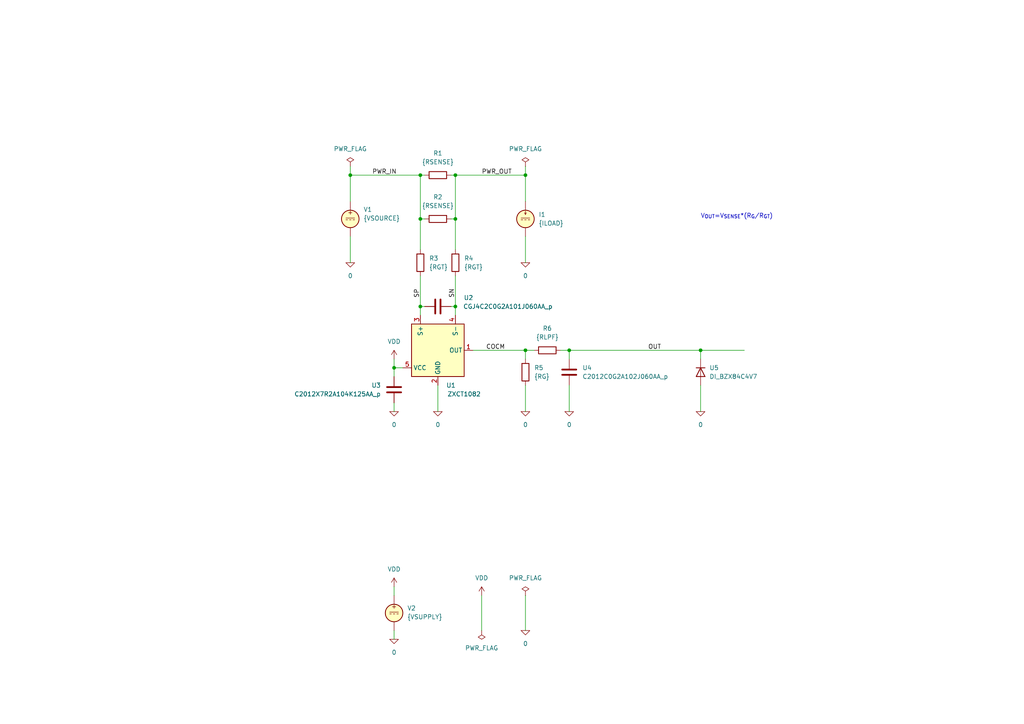
<source format=kicad_sch>
(kicad_sch
	(version 20231120)
	(generator "eeschema")
	(generator_version "8.0")
	(uuid "d280952c-1a57-45a7-8133-6107763a163b")
	(paper "A4")
	(title_block
		(title "Current output current monitor")
		(date "2024-10-03")
		(rev "2")
		(company "astroelectronic@")
		(comment 1 "-")
		(comment 2 "-")
		(comment 3 "-")
		(comment 4 "AE01001082")
	)
	(lib_symbols
		(symbol "ZXCT1082:0"
			(power)
			(pin_names
				(offset 0)
			)
			(exclude_from_sim no)
			(in_bom yes)
			(on_board yes)
			(property "Reference" "#GND"
				(at 0 -2.54 0)
				(effects
					(font
						(size 1.27 1.27)
					)
					(hide yes)
				)
			)
			(property "Value" "0"
				(at 0 -1.778 0)
				(effects
					(font
						(size 1.27 1.27)
					)
				)
			)
			(property "Footprint" ""
				(at 0 0 0)
				(effects
					(font
						(size 1.27 1.27)
					)
					(hide yes)
				)
			)
			(property "Datasheet" "~"
				(at 0 0 0)
				(effects
					(font
						(size 1.27 1.27)
					)
					(hide yes)
				)
			)
			(property "Description" "0V reference potential for simulation"
				(at 0 0 0)
				(effects
					(font
						(size 1.27 1.27)
					)
					(hide yes)
				)
			)
			(property "ki_keywords" "simulation"
				(at 0 0 0)
				(effects
					(font
						(size 1.27 1.27)
					)
					(hide yes)
				)
			)
			(symbol "0_0_1"
				(polyline
					(pts
						(xy -1.27 0) (xy 0 -1.27) (xy 1.27 0) (xy -1.27 0)
					)
					(stroke
						(width 0)
						(type default)
					)
					(fill
						(type none)
					)
				)
			)
			(symbol "0_1_1"
				(pin power_in line
					(at 0 0 0)
					(length 0) hide
					(name "0"
						(effects
							(font
								(size 1.016 1.016)
							)
						)
					)
					(number "1"
						(effects
							(font
								(size 1.016 1.016)
							)
						)
					)
				)
			)
		)
		(symbol "ZXCT1082:C"
			(pin_numbers hide)
			(pin_names
				(offset 0.254)
			)
			(exclude_from_sim no)
			(in_bom yes)
			(on_board yes)
			(property "Reference" "C"
				(at 0.635 2.54 0)
				(effects
					(font
						(size 1.27 1.27)
					)
					(justify left)
				)
			)
			(property "Value" "C"
				(at 0.635 -2.54 0)
				(effects
					(font
						(size 1.27 1.27)
					)
					(justify left)
				)
			)
			(property "Footprint" ""
				(at 0.9652 -3.81 0)
				(effects
					(font
						(size 1.27 1.27)
					)
					(hide yes)
				)
			)
			(property "Datasheet" "~"
				(at 0 0 0)
				(effects
					(font
						(size 1.27 1.27)
					)
					(hide yes)
				)
			)
			(property "Description" "Unpolarized capacitor"
				(at 0 0 0)
				(effects
					(font
						(size 1.27 1.27)
					)
					(hide yes)
				)
			)
			(property "ki_keywords" "cap capacitor"
				(at 0 0 0)
				(effects
					(font
						(size 1.27 1.27)
					)
					(hide yes)
				)
			)
			(property "ki_fp_filters" "C_*"
				(at 0 0 0)
				(effects
					(font
						(size 1.27 1.27)
					)
					(hide yes)
				)
			)
			(symbol "C_0_1"
				(polyline
					(pts
						(xy -2.032 -0.762) (xy 2.032 -0.762)
					)
					(stroke
						(width 0.508)
						(type default)
					)
					(fill
						(type none)
					)
				)
				(polyline
					(pts
						(xy -2.032 0.762) (xy 2.032 0.762)
					)
					(stroke
						(width 0.508)
						(type default)
					)
					(fill
						(type none)
					)
				)
			)
			(symbol "C_1_1"
				(pin passive line
					(at 0 3.81 270)
					(length 2.794)
					(name "~"
						(effects
							(font
								(size 1.27 1.27)
							)
						)
					)
					(number "1"
						(effects
							(font
								(size 1.27 1.27)
							)
						)
					)
				)
				(pin passive line
					(at 0 -3.81 90)
					(length 2.794)
					(name "~"
						(effects
							(font
								(size 1.27 1.27)
							)
						)
					)
					(number "2"
						(effects
							(font
								(size 1.27 1.27)
							)
						)
					)
				)
			)
		)
		(symbol "ZXCT1082:DIODE"
			(pin_numbers hide)
			(pin_names
				(offset 1.016) hide)
			(exclude_from_sim no)
			(in_bom yes)
			(on_board yes)
			(property "Reference" "D"
				(at 0 2.54 0)
				(effects
					(font
						(size 1.27 1.27)
					)
				)
			)
			(property "Value" "${SIM.PARAMS}"
				(at 0 -2.54 0)
				(effects
					(font
						(size 1.27 1.27)
					)
				)
			)
			(property "Footprint" ""
				(at 0 0 0)
				(effects
					(font
						(size 1.27 1.27)
					)
					(hide yes)
				)
			)
			(property "Datasheet" "~"
				(at 0 0 0)
				(effects
					(font
						(size 1.27 1.27)
					)
					(hide yes)
				)
			)
			(property "Description" "Diode, anode on pin 1, for simulation only!"
				(at 0 0 0)
				(effects
					(font
						(size 1.27 1.27)
					)
					(hide yes)
				)
			)
			(property "Sim.Pins" "1=1 2=2"
				(at 0 0 0)
				(effects
					(font
						(size 1.27 1.27)
					)
					(hide yes)
				)
			)
			(property "Sim.Device" "SPICE"
				(at 0 0 0)
				(effects
					(font
						(size 1.27 1.27)
					)
					(justify left)
					(hide yes)
				)
			)
			(property "Sim.Params" "type=\"D\" model=\"DIODE\" lib=\"\""
				(at 0 0 0)
				(effects
					(font
						(size 1.27 1.27)
					)
					(hide yes)
				)
			)
			(property "Spice_Netlist_Enabled" "Y"
				(at 0 0 0)
				(effects
					(font
						(size 1.27 1.27)
					)
					(justify left)
					(hide yes)
				)
			)
			(property "ki_keywords" "simulation"
				(at 0 0 0)
				(effects
					(font
						(size 1.27 1.27)
					)
					(hide yes)
				)
			)
			(symbol "DIODE_0_1"
				(polyline
					(pts
						(xy 1.27 0) (xy -1.27 0)
					)
					(stroke
						(width 0)
						(type default)
					)
					(fill
						(type none)
					)
				)
				(polyline
					(pts
						(xy 1.27 1.27) (xy 1.27 -1.27)
					)
					(stroke
						(width 0.254)
						(type default)
					)
					(fill
						(type none)
					)
				)
				(polyline
					(pts
						(xy -1.27 -1.27) (xy -1.27 1.27) (xy 1.27 0) (xy -1.27 -1.27)
					)
					(stroke
						(width 0.254)
						(type default)
					)
					(fill
						(type none)
					)
				)
			)
			(symbol "DIODE_1_1"
				(pin passive line
					(at -3.81 0 0)
					(length 2.54)
					(name "A"
						(effects
							(font
								(size 1.27 1.27)
							)
						)
					)
					(number "1"
						(effects
							(font
								(size 1.27 1.27)
							)
						)
					)
				)
				(pin passive line
					(at 3.81 0 180)
					(length 2.54)
					(name "K"
						(effects
							(font
								(size 1.27 1.27)
							)
						)
					)
					(number "2"
						(effects
							(font
								(size 1.27 1.27)
							)
						)
					)
				)
			)
		)
		(symbol "ZXCT1082:IDC"
			(pin_numbers hide)
			(pin_names
				(offset 0.0254)
			)
			(exclude_from_sim no)
			(in_bom yes)
			(on_board yes)
			(property "Reference" "I"
				(at 2.54 2.54 0)
				(effects
					(font
						(size 1.27 1.27)
					)
					(justify left)
				)
			)
			(property "Value" "1"
				(at 2.54 0 0)
				(effects
					(font
						(size 1.27 1.27)
					)
					(justify left)
				)
			)
			(property "Footprint" ""
				(at 0 0 0)
				(effects
					(font
						(size 1.27 1.27)
					)
					(hide yes)
				)
			)
			(property "Datasheet" "~"
				(at 0 0 0)
				(effects
					(font
						(size 1.27 1.27)
					)
					(hide yes)
				)
			)
			(property "Description" "Current source, DC"
				(at 0 0 0)
				(effects
					(font
						(size 1.27 1.27)
					)
					(hide yes)
				)
			)
			(property "Sim.Pins" "1=+ 2=-"
				(at 0 0 0)
				(effects
					(font
						(size 1.27 1.27)
					)
					(hide yes)
				)
			)
			(property "Sim.Type" "DC"
				(at 0 0 0)
				(effects
					(font
						(size 1.27 1.27)
					)
					(hide yes)
				)
			)
			(property "Sim.Device" "I"
				(at 0 0 0)
				(effects
					(font
						(size 1.27 1.27)
					)
					(justify left)
					(hide yes)
				)
			)
			(property "Spice_Netlist_Enabled" "Y"
				(at 0 0 0)
				(effects
					(font
						(size 1.27 1.27)
					)
					(justify left)
					(hide yes)
				)
			)
			(property "ki_keywords" "simulation"
				(at 0 0 0)
				(effects
					(font
						(size 1.27 1.27)
					)
					(hide yes)
				)
			)
			(symbol "IDC_0_0"
				(polyline
					(pts
						(xy -1.27 0.254) (xy 1.27 0.254)
					)
					(stroke
						(width 0)
						(type default)
					)
					(fill
						(type none)
					)
				)
				(polyline
					(pts
						(xy -0.762 -0.254) (xy -1.27 -0.254)
					)
					(stroke
						(width 0)
						(type default)
					)
					(fill
						(type none)
					)
				)
				(polyline
					(pts
						(xy 0.254 -0.254) (xy -0.254 -0.254)
					)
					(stroke
						(width 0)
						(type default)
					)
					(fill
						(type none)
					)
				)
				(polyline
					(pts
						(xy 1.27 -0.254) (xy 0.762 -0.254)
					)
					(stroke
						(width 0)
						(type default)
					)
					(fill
						(type none)
					)
				)
			)
			(symbol "IDC_0_1"
				(polyline
					(pts
						(xy 0 1.27) (xy 0 2.286)
					)
					(stroke
						(width 0)
						(type default)
					)
					(fill
						(type none)
					)
				)
				(polyline
					(pts
						(xy -0.254 1.778) (xy 0 1.27) (xy 0.254 1.778)
					)
					(stroke
						(width 0)
						(type default)
					)
					(fill
						(type none)
					)
				)
				(circle
					(center 0 0)
					(radius 2.54)
					(stroke
						(width 0.254)
						(type default)
					)
					(fill
						(type background)
					)
				)
			)
			(symbol "IDC_1_1"
				(pin passive line
					(at 0 5.08 270)
					(length 2.54)
					(name "~"
						(effects
							(font
								(size 1.27 1.27)
							)
						)
					)
					(number "1"
						(effects
							(font
								(size 1.27 1.27)
							)
						)
					)
				)
				(pin passive line
					(at 0 -5.08 90)
					(length 2.54)
					(name "~"
						(effects
							(font
								(size 1.27 1.27)
							)
						)
					)
					(number "2"
						(effects
							(font
								(size 1.27 1.27)
							)
						)
					)
				)
			)
		)
		(symbol "ZXCT1082:PWR_FLAG"
			(power)
			(pin_numbers hide)
			(pin_names
				(offset 0) hide)
			(exclude_from_sim no)
			(in_bom yes)
			(on_board yes)
			(property "Reference" "#FLG"
				(at 0 1.905 0)
				(effects
					(font
						(size 1.27 1.27)
					)
					(hide yes)
				)
			)
			(property "Value" "PWR_FLAG"
				(at 0 3.81 0)
				(effects
					(font
						(size 1.27 1.27)
					)
				)
			)
			(property "Footprint" ""
				(at 0 0 0)
				(effects
					(font
						(size 1.27 1.27)
					)
					(hide yes)
				)
			)
			(property "Datasheet" "~"
				(at 0 0 0)
				(effects
					(font
						(size 1.27 1.27)
					)
					(hide yes)
				)
			)
			(property "Description" "Special symbol for telling ERC where power comes from"
				(at 0 0 0)
				(effects
					(font
						(size 1.27 1.27)
					)
					(hide yes)
				)
			)
			(property "ki_keywords" "flag power"
				(at 0 0 0)
				(effects
					(font
						(size 1.27 1.27)
					)
					(hide yes)
				)
			)
			(symbol "PWR_FLAG_0_0"
				(pin power_out line
					(at 0 0 90)
					(length 0)
					(name "pwr"
						(effects
							(font
								(size 1.27 1.27)
							)
						)
					)
					(number "1"
						(effects
							(font
								(size 1.27 1.27)
							)
						)
					)
				)
			)
			(symbol "PWR_FLAG_0_1"
				(polyline
					(pts
						(xy 0 0) (xy 0 1.27) (xy -1.016 1.905) (xy 0 2.54) (xy 1.016 1.905) (xy 0 1.27)
					)
					(stroke
						(width 0)
						(type default)
					)
					(fill
						(type none)
					)
				)
			)
		)
		(symbol "ZXCT1082:R"
			(pin_numbers hide)
			(pin_names
				(offset 0)
			)
			(exclude_from_sim no)
			(in_bom yes)
			(on_board yes)
			(property "Reference" "R"
				(at 2.032 0 90)
				(effects
					(font
						(size 1.27 1.27)
					)
				)
			)
			(property "Value" "R"
				(at 0 0 90)
				(effects
					(font
						(size 1.27 1.27)
					)
				)
			)
			(property "Footprint" ""
				(at -1.778 0 90)
				(effects
					(font
						(size 1.27 1.27)
					)
					(hide yes)
				)
			)
			(property "Datasheet" "~"
				(at 0 0 0)
				(effects
					(font
						(size 1.27 1.27)
					)
					(hide yes)
				)
			)
			(property "Description" "Resistor"
				(at 0 0 0)
				(effects
					(font
						(size 1.27 1.27)
					)
					(hide yes)
				)
			)
			(property "ki_keywords" "R res resistor"
				(at 0 0 0)
				(effects
					(font
						(size 1.27 1.27)
					)
					(hide yes)
				)
			)
			(property "ki_fp_filters" "R_*"
				(at 0 0 0)
				(effects
					(font
						(size 1.27 1.27)
					)
					(hide yes)
				)
			)
			(symbol "R_0_1"
				(rectangle
					(start -1.016 -2.54)
					(end 1.016 2.54)
					(stroke
						(width 0.254)
						(type default)
					)
					(fill
						(type none)
					)
				)
			)
			(symbol "R_1_1"
				(pin passive line
					(at 0 3.81 270)
					(length 1.27)
					(name "~"
						(effects
							(font
								(size 1.27 1.27)
							)
						)
					)
					(number "1"
						(effects
							(font
								(size 1.27 1.27)
							)
						)
					)
				)
				(pin passive line
					(at 0 -3.81 90)
					(length 1.27)
					(name "~"
						(effects
							(font
								(size 1.27 1.27)
							)
						)
					)
					(number "2"
						(effects
							(font
								(size 1.27 1.27)
							)
						)
					)
				)
			)
		)
		(symbol "ZXCT1082:VDC"
			(pin_numbers hide)
			(pin_names
				(offset 0.0254)
			)
			(exclude_from_sim no)
			(in_bom yes)
			(on_board yes)
			(property "Reference" "V"
				(at 2.54 2.54 0)
				(effects
					(font
						(size 1.27 1.27)
					)
					(justify left)
				)
			)
			(property "Value" "1"
				(at 2.54 0 0)
				(effects
					(font
						(size 1.27 1.27)
					)
					(justify left)
				)
			)
			(property "Footprint" ""
				(at 0 0 0)
				(effects
					(font
						(size 1.27 1.27)
					)
					(hide yes)
				)
			)
			(property "Datasheet" "~"
				(at 0 0 0)
				(effects
					(font
						(size 1.27 1.27)
					)
					(hide yes)
				)
			)
			(property "Description" "Voltage source, DC"
				(at 0 0 0)
				(effects
					(font
						(size 1.27 1.27)
					)
					(hide yes)
				)
			)
			(property "Sim.Pins" "1=+ 2=-"
				(at 0 0 0)
				(effects
					(font
						(size 1.27 1.27)
					)
					(hide yes)
				)
			)
			(property "Sim.Type" "DC"
				(at 0 0 0)
				(effects
					(font
						(size 1.27 1.27)
					)
					(hide yes)
				)
			)
			(property "Sim.Device" "V"
				(at 0 0 0)
				(effects
					(font
						(size 1.27 1.27)
					)
					(justify left)
					(hide yes)
				)
			)
			(property "Spice_Netlist_Enabled" "Y"
				(at 0 0 0)
				(effects
					(font
						(size 1.27 1.27)
					)
					(justify left)
					(hide yes)
				)
			)
			(property "ki_keywords" "simulation"
				(at 0 0 0)
				(effects
					(font
						(size 1.27 1.27)
					)
					(hide yes)
				)
			)
			(symbol "VDC_0_0"
				(polyline
					(pts
						(xy -1.27 0.254) (xy 1.27 0.254)
					)
					(stroke
						(width 0)
						(type default)
					)
					(fill
						(type none)
					)
				)
				(polyline
					(pts
						(xy -0.762 -0.254) (xy -1.27 -0.254)
					)
					(stroke
						(width 0)
						(type default)
					)
					(fill
						(type none)
					)
				)
				(polyline
					(pts
						(xy 0.254 -0.254) (xy -0.254 -0.254)
					)
					(stroke
						(width 0)
						(type default)
					)
					(fill
						(type none)
					)
				)
				(polyline
					(pts
						(xy 1.27 -0.254) (xy 0.762 -0.254)
					)
					(stroke
						(width 0)
						(type default)
					)
					(fill
						(type none)
					)
				)
				(text "+"
					(at 0 1.905 0)
					(effects
						(font
							(size 1.27 1.27)
						)
					)
				)
			)
			(symbol "VDC_0_1"
				(circle
					(center 0 0)
					(radius 2.54)
					(stroke
						(width 0.254)
						(type default)
					)
					(fill
						(type background)
					)
				)
			)
			(symbol "VDC_1_1"
				(pin passive line
					(at 0 5.08 270)
					(length 2.54)
					(name "~"
						(effects
							(font
								(size 1.27 1.27)
							)
						)
					)
					(number "1"
						(effects
							(font
								(size 1.27 1.27)
							)
						)
					)
				)
				(pin passive line
					(at 0 -5.08 90)
					(length 2.54)
					(name "~"
						(effects
							(font
								(size 1.27 1.27)
							)
						)
					)
					(number "2"
						(effects
							(font
								(size 1.27 1.27)
							)
						)
					)
				)
			)
		)
		(symbol "ZXCT1082:VDD"
			(power)
			(pin_names
				(offset 0)
			)
			(exclude_from_sim no)
			(in_bom yes)
			(on_board yes)
			(property "Reference" "#PWR"
				(at 0 -3.81 0)
				(effects
					(font
						(size 1.27 1.27)
					)
					(hide yes)
				)
			)
			(property "Value" "VDD"
				(at 0 3.81 0)
				(effects
					(font
						(size 1.27 1.27)
					)
				)
			)
			(property "Footprint" ""
				(at 0 0 0)
				(effects
					(font
						(size 1.27 1.27)
					)
					(hide yes)
				)
			)
			(property "Datasheet" ""
				(at 0 0 0)
				(effects
					(font
						(size 1.27 1.27)
					)
					(hide yes)
				)
			)
			(property "Description" "Power symbol creates a global label with name \"VDD\""
				(at 0 0 0)
				(effects
					(font
						(size 1.27 1.27)
					)
					(hide yes)
				)
			)
			(property "ki_keywords" "global power"
				(at 0 0 0)
				(effects
					(font
						(size 1.27 1.27)
					)
					(hide yes)
				)
			)
			(symbol "VDD_0_1"
				(polyline
					(pts
						(xy -0.762 1.27) (xy 0 2.54)
					)
					(stroke
						(width 0)
						(type default)
					)
					(fill
						(type none)
					)
				)
				(polyline
					(pts
						(xy 0 0) (xy 0 2.54)
					)
					(stroke
						(width 0)
						(type default)
					)
					(fill
						(type none)
					)
				)
				(polyline
					(pts
						(xy 0 2.54) (xy 0.762 1.27)
					)
					(stroke
						(width 0)
						(type default)
					)
					(fill
						(type none)
					)
				)
			)
			(symbol "VDD_1_1"
				(pin power_in line
					(at 0 0 90)
					(length 0) hide
					(name "VDD"
						(effects
							(font
								(size 1.27 1.27)
							)
						)
					)
					(number "1"
						(effects
							(font
								(size 1.27 1.27)
							)
						)
					)
				)
			)
		)
		(symbol "ZXCT1082:ZXCT1082"
			(exclude_from_sim no)
			(in_bom yes)
			(on_board yes)
			(property "Reference" "U"
				(at -7.62 10.795 0)
				(effects
					(font
						(size 1.27 1.27)
					)
					(justify right)
				)
			)
			(property "Value" "ZXCT1082"
				(at -7.62 8.89 0)
				(effects
					(font
						(size 1.27 1.27)
					)
					(justify right)
				)
			)
			(property "Footprint" "Package_TO_SOT_SMD:SOT-23-5"
				(at 0 0 0)
				(effects
					(font
						(size 1.27 1.27)
					)
					(hide yes)
				)
			)
			(property "Datasheet" "https://www.diodes.com/part/view/ZXCT1082"
				(at 16.51 -17.78 0)
				(effects
					(font
						(size 1.27 1.27)
					)
					(hide yes)
				)
			)
			(property "Description" "60V Current Output Current Monitor. SOT25 -5"
				(at 0 0 0)
				(effects
					(font
						(size 1.27 1.27)
					)
					(hide yes)
				)
			)
			(property "ki_keywords" "highside HS current sense amplifier linear buffered"
				(at 0 0 0)
				(effects
					(font
						(size 1.27 1.27)
					)
					(hide yes)
				)
			)
			(property "ki_fp_filters" "SOT?23*"
				(at 0 0 0)
				(effects
					(font
						(size 1.27 1.27)
					)
					(hide yes)
				)
			)
			(symbol "ZXCT1082_0_1"
				(rectangle
					(start -7.62 7.62)
					(end 7.62 -7.62)
					(stroke
						(width 0.254)
						(type default)
					)
					(fill
						(type background)
					)
				)
			)
			(symbol "ZXCT1082_1_1"
				(pin passive line
					(at 10.16 0 180)
					(length 2.54)
					(name "OUT"
						(effects
							(font
								(size 1.27 1.27)
							)
						)
					)
					(number "1"
						(effects
							(font
								(size 1.27 1.27)
							)
						)
					)
				)
				(pin passive line
					(at 0 -10.16 90)
					(length 2.54)
					(name "GND"
						(effects
							(font
								(size 1.27 1.27)
							)
						)
					)
					(number "2"
						(effects
							(font
								(size 1.27 1.27)
							)
						)
					)
				)
				(pin passive line
					(at -5.08 10.16 270)
					(length 2.54)
					(name "S+"
						(effects
							(font
								(size 1.27 1.27)
							)
						)
					)
					(number "3"
						(effects
							(font
								(size 1.27 1.27)
							)
						)
					)
				)
				(pin passive line
					(at 5.08 10.16 270)
					(length 2.54)
					(name "S-"
						(effects
							(font
								(size 1.27 1.27)
							)
						)
					)
					(number "4"
						(effects
							(font
								(size 1.27 1.27)
							)
						)
					)
				)
				(pin passive line
					(at -10.16 -5.08 0)
					(length 2.54)
					(name "VCC"
						(effects
							(font
								(size 1.27 1.27)
							)
						)
					)
					(number "5"
						(effects
							(font
								(size 1.27 1.27)
							)
						)
					)
				)
			)
		)
	)
	(junction
		(at 203.2 101.6)
		(diameter 0)
		(color 0 0 0 0)
		(uuid "01dea074-e487-4bff-9bd7-4529aa04dd3e")
	)
	(junction
		(at 132.08 88.9)
		(diameter 0)
		(color 0 0 0 0)
		(uuid "06c27e00-f04e-496b-93e4-13b1e08fe08f")
	)
	(junction
		(at 132.08 63.5)
		(diameter 0)
		(color 0 0 0 0)
		(uuid "2a0e717d-c131-4047-9a4b-99a6e0804e5b")
	)
	(junction
		(at 121.92 63.5)
		(diameter 0)
		(color 0 0 0 0)
		(uuid "36f23267-91a0-466a-a5aa-8dd85fde6fbe")
	)
	(junction
		(at 165.1 101.6)
		(diameter 0)
		(color 0 0 0 0)
		(uuid "395304fe-6d1a-43b8-8de0-552390add766")
	)
	(junction
		(at 132.08 50.8)
		(diameter 0)
		(color 0 0 0 0)
		(uuid "5bf3d4c9-ddc0-48ca-80e6-ed9820ccc4eb")
	)
	(junction
		(at 114.3 106.68)
		(diameter 0)
		(color 0 0 0 0)
		(uuid "8314a692-7572-4437-a72c-fa6199c58674")
	)
	(junction
		(at 152.4 50.8)
		(diameter 0)
		(color 0 0 0 0)
		(uuid "969ce5d0-0301-4f3b-be4e-1f5a3bcf65ec")
	)
	(junction
		(at 121.92 50.8)
		(diameter 0)
		(color 0 0 0 0)
		(uuid "a253d3a2-deee-4511-8e19-e6cb31d655ab")
	)
	(junction
		(at 152.4 101.6)
		(diameter 0)
		(color 0 0 0 0)
		(uuid "eb06f97b-1bac-4436-857d-e47e2e65a89c")
	)
	(junction
		(at 101.6 50.8)
		(diameter 0)
		(color 0 0 0 0)
		(uuid "f1f6b464-b5f3-430c-9776-d2dc27968679")
	)
	(junction
		(at 121.92 88.9)
		(diameter 0)
		(color 0 0 0 0)
		(uuid "febe4993-c7e2-4243-8500-aa75029c8d9c")
	)
	(wire
		(pts
			(xy 132.08 72.39) (xy 132.08 63.5)
		)
		(stroke
			(width 0)
			(type default)
		)
		(uuid "056723b9-e305-4702-93b5-28232e0fb992")
	)
	(wire
		(pts
			(xy 121.92 50.8) (xy 121.92 63.5)
		)
		(stroke
			(width 0)
			(type default)
		)
		(uuid "16d16429-a340-49c6-866d-7840d5768f81")
	)
	(wire
		(pts
			(xy 203.2 111.76) (xy 203.2 119.38)
		)
		(stroke
			(width 0)
			(type default)
		)
		(uuid "18976d29-2933-400c-b1dc-d5b0f9017d44")
	)
	(wire
		(pts
			(xy 121.92 88.9) (xy 123.19 88.9)
		)
		(stroke
			(width 0)
			(type default)
		)
		(uuid "333184c0-aeae-4006-8c71-9d804f2ca95a")
	)
	(wire
		(pts
			(xy 114.3 106.68) (xy 116.84 106.68)
		)
		(stroke
			(width 0)
			(type default)
		)
		(uuid "3684fad8-4bc8-4751-b3d1-e63765c9e50c")
	)
	(wire
		(pts
			(xy 132.08 80.01) (xy 132.08 88.9)
		)
		(stroke
			(width 0)
			(type default)
		)
		(uuid "3ee39c47-1098-47aa-b10d-ef2e05f86ecb")
	)
	(wire
		(pts
			(xy 101.6 50.8) (xy 121.92 50.8)
		)
		(stroke
			(width 0)
			(type default)
		)
		(uuid "3f43e91f-561f-4619-93ca-a96eab2e4ef8")
	)
	(wire
		(pts
			(xy 130.81 50.8) (xy 132.08 50.8)
		)
		(stroke
			(width 0)
			(type default)
		)
		(uuid "4dff8f28-cc30-4c11-ba80-c278e78bfe81")
	)
	(wire
		(pts
			(xy 152.4 68.58) (xy 152.4 76.2)
		)
		(stroke
			(width 0)
			(type default)
		)
		(uuid "4f8a8abe-6826-4db6-ad93-87aa01ce02b3")
	)
	(wire
		(pts
			(xy 132.08 50.8) (xy 132.08 63.5)
		)
		(stroke
			(width 0)
			(type default)
		)
		(uuid "5966774d-2701-46af-b57f-80104f15a48c")
	)
	(wire
		(pts
			(xy 152.4 48.26) (xy 152.4 50.8)
		)
		(stroke
			(width 0)
			(type default)
		)
		(uuid "5a34e013-533a-4142-8d70-5b8428a689b5")
	)
	(wire
		(pts
			(xy 121.92 63.5) (xy 123.19 63.5)
		)
		(stroke
			(width 0)
			(type default)
		)
		(uuid "5a83eafb-3834-4d6a-80f1-0f53e4611131")
	)
	(wire
		(pts
			(xy 114.3 104.14) (xy 114.3 106.68)
		)
		(stroke
			(width 0)
			(type default)
		)
		(uuid "6c33836a-c1e6-4740-a75d-06a93236e7b8")
	)
	(wire
		(pts
			(xy 203.2 101.6) (xy 215.9 101.6)
		)
		(stroke
			(width 0)
			(type default)
		)
		(uuid "8030d10e-30fd-4560-a546-fd787e2792fe")
	)
	(wire
		(pts
			(xy 165.1 111.76) (xy 165.1 119.38)
		)
		(stroke
			(width 0)
			(type default)
		)
		(uuid "820b5c49-8598-4e80-9d44-e009cde0be71")
	)
	(wire
		(pts
			(xy 165.1 101.6) (xy 165.1 104.14)
		)
		(stroke
			(width 0)
			(type default)
		)
		(uuid "8b7f7178-f91e-4a0b-a652-134cba28c520")
	)
	(wire
		(pts
			(xy 121.92 80.01) (xy 121.92 88.9)
		)
		(stroke
			(width 0)
			(type default)
		)
		(uuid "8cbcaf3c-89e9-43db-affc-cea20fa05b37")
	)
	(wire
		(pts
			(xy 127 111.76) (xy 127 119.38)
		)
		(stroke
			(width 0)
			(type default)
		)
		(uuid "8e6a2227-4774-492a-ba53-f15ed0c3ef5b")
	)
	(wire
		(pts
			(xy 162.56 101.6) (xy 165.1 101.6)
		)
		(stroke
			(width 0)
			(type default)
		)
		(uuid "9130caef-e555-4ec5-ab7f-4165c5a20bf7")
	)
	(wire
		(pts
			(xy 101.6 48.26) (xy 101.6 50.8)
		)
		(stroke
			(width 0)
			(type default)
		)
		(uuid "a8e63dc9-161e-4668-a47b-b4c9181c91d4")
	)
	(wire
		(pts
			(xy 114.3 116.84) (xy 114.3 119.38)
		)
		(stroke
			(width 0)
			(type default)
		)
		(uuid "ab066e86-e9a3-440c-a1de-0acbc3b0c644")
	)
	(wire
		(pts
			(xy 123.19 50.8) (xy 121.92 50.8)
		)
		(stroke
			(width 0)
			(type default)
		)
		(uuid "ab4c08eb-3f31-4c71-b6bf-8677c2a2b53b")
	)
	(wire
		(pts
			(xy 101.6 58.42) (xy 101.6 50.8)
		)
		(stroke
			(width 0)
			(type default)
		)
		(uuid "b48d5a4c-eceb-4139-b842-d9ecb388eb1e")
	)
	(wire
		(pts
			(xy 132.08 88.9) (xy 130.81 88.9)
		)
		(stroke
			(width 0)
			(type default)
		)
		(uuid "bdabc8b7-72fe-4ebb-9efb-de64ce244e97")
	)
	(wire
		(pts
			(xy 137.16 101.6) (xy 152.4 101.6)
		)
		(stroke
			(width 0)
			(type default)
		)
		(uuid "bdc72ac9-597a-4abf-a735-09b971d65fec")
	)
	(wire
		(pts
			(xy 152.4 101.6) (xy 154.94 101.6)
		)
		(stroke
			(width 0)
			(type default)
		)
		(uuid "c3ced73a-4c54-4edb-a5bb-b7282e4b7b42")
	)
	(wire
		(pts
			(xy 121.92 91.44) (xy 121.92 88.9)
		)
		(stroke
			(width 0)
			(type default)
		)
		(uuid "cacb727f-c4ea-411d-9418-68cdd56717f0")
	)
	(wire
		(pts
			(xy 132.08 63.5) (xy 130.81 63.5)
		)
		(stroke
			(width 0)
			(type default)
		)
		(uuid "cca98bc8-f92f-4082-9d3e-46e7e6fcc218")
	)
	(wire
		(pts
			(xy 139.7 172.72) (xy 139.7 182.88)
		)
		(stroke
			(width 0)
			(type default)
		)
		(uuid "cf84fbf5-d6b7-435a-b051-fc2a80f29af9")
	)
	(wire
		(pts
			(xy 132.08 91.44) (xy 132.08 88.9)
		)
		(stroke
			(width 0)
			(type default)
		)
		(uuid "d4374536-ed1e-4a61-b5ec-01ede024e313")
	)
	(wire
		(pts
			(xy 121.92 72.39) (xy 121.92 63.5)
		)
		(stroke
			(width 0)
			(type default)
		)
		(uuid "d4a40acb-e120-4ac3-a372-58789e64387a")
	)
	(wire
		(pts
			(xy 114.3 182.88) (xy 114.3 185.42)
		)
		(stroke
			(width 0)
			(type default)
		)
		(uuid "d55e653e-71f9-4855-9316-52eefad25f52")
	)
	(wire
		(pts
			(xy 132.08 50.8) (xy 152.4 50.8)
		)
		(stroke
			(width 0)
			(type default)
		)
		(uuid "d94a0bc4-7334-42cc-a31c-dd2cabadb023")
	)
	(wire
		(pts
			(xy 152.4 50.8) (xy 152.4 58.42)
		)
		(stroke
			(width 0)
			(type default)
		)
		(uuid "dda62f84-4e7a-4859-9169-6c53cfe03bfb")
	)
	(wire
		(pts
			(xy 114.3 109.22) (xy 114.3 106.68)
		)
		(stroke
			(width 0)
			(type default)
		)
		(uuid "e4363b2f-b6b5-45d4-bd40-634482c4967f")
	)
	(wire
		(pts
			(xy 101.6 68.58) (xy 101.6 76.2)
		)
		(stroke
			(width 0)
			(type default)
		)
		(uuid "e52f0fb8-9fd8-4c40-81c3-fba0c44122bd")
	)
	(wire
		(pts
			(xy 152.4 172.72) (xy 152.4 182.88)
		)
		(stroke
			(width 0)
			(type default)
		)
		(uuid "e6161746-aaf5-4f63-9e10-c37af2443626")
	)
	(wire
		(pts
			(xy 165.1 101.6) (xy 203.2 101.6)
		)
		(stroke
			(width 0)
			(type default)
		)
		(uuid "e68cd05d-42ba-4257-bcf6-38d87bc5ba49")
	)
	(wire
		(pts
			(xy 114.3 170.18) (xy 114.3 172.72)
		)
		(stroke
			(width 0)
			(type default)
		)
		(uuid "f9181cce-c69f-4996-bba5-918bed3b3221")
	)
	(wire
		(pts
			(xy 152.4 101.6) (xy 152.4 104.14)
		)
		(stroke
			(width 0)
			(type default)
		)
		(uuid "fb061bbe-90cf-49f7-91c6-4e1eb706fdb4")
	)
	(wire
		(pts
			(xy 152.4 111.76) (xy 152.4 119.38)
		)
		(stroke
			(width 0)
			(type default)
		)
		(uuid "fb9d7c2a-ca6c-4b71-96ad-97dc9a496e43")
	)
	(wire
		(pts
			(xy 203.2 101.6) (xy 203.2 104.14)
		)
		(stroke
			(width 0)
			(type default)
		)
		(uuid "fbcaafef-45b8-49b3-926c-2d933271d26c")
	)
	(text "V_{OUT}=V_{SENSE}*(R_{G}/R_{GT})"
		(exclude_from_sim no)
		(at 203.2 63.5 0)
		(effects
			(font
				(size 1.27 1.27)
			)
			(justify left bottom)
		)
		(uuid "d798234a-d04e-4748-815c-1d1f4a79fd4b")
	)
	(label "SN"
		(at 132.08 86.36 90)
		(fields_autoplaced yes)
		(effects
			(font
				(size 1.27 1.27)
			)
			(justify left bottom)
		)
		(uuid "31c295c9-b815-4ebc-a761-fec75520a608")
	)
	(label "SP"
		(at 121.92 86.36 90)
		(fields_autoplaced yes)
		(effects
			(font
				(size 1.27 1.27)
			)
			(justify left bottom)
		)
		(uuid "5a072ea1-da30-41b9-b177-eb0fea940fa8")
	)
	(label "PWR_OUT"
		(at 139.7 50.8 0)
		(fields_autoplaced yes)
		(effects
			(font
				(size 1.27 1.27)
			)
			(justify left bottom)
		)
		(uuid "8c404019-b694-424c-a502-ba1c0fe219e1")
	)
	(label "COCM"
		(at 140.97 101.6 0)
		(fields_autoplaced yes)
		(effects
			(font
				(size 1.27 1.27)
			)
			(justify left bottom)
		)
		(uuid "a609a82d-e45d-40f4-867f-ac417f1fdaf0")
	)
	(label "PWR_IN"
		(at 107.95 50.8 0)
		(fields_autoplaced yes)
		(effects
			(font
				(size 1.27 1.27)
			)
			(justify left bottom)
		)
		(uuid "cb61f488-6515-4c8d-b37d-07149bf9fb3b")
	)
	(label "OUT"
		(at 187.96 101.6 0)
		(fields_autoplaced yes)
		(effects
			(font
				(size 1.27 1.27)
			)
			(justify left bottom)
		)
		(uuid "e4649131-abbd-47bf-a1ce-a8767ec3e651")
	)
	(symbol
		(lib_id "ZXCT1082:0")
		(at 114.3 185.42 0)
		(unit 1)
		(exclude_from_sim no)
		(in_bom yes)
		(on_board yes)
		(dnp no)
		(fields_autoplaced yes)
		(uuid "04fc6e42-e31c-4562-8dbd-4adecfecd982")
		(property "Reference" "#GND03"
			(at 114.3 187.96 0)
			(effects
				(font
					(size 1.27 1.27)
				)
				(hide yes)
			)
		)
		(property "Value" "0"
			(at 114.3 189.23 0)
			(effects
				(font
					(size 1.27 1.27)
				)
			)
		)
		(property "Footprint" ""
			(at 114.3 185.42 0)
			(effects
				(font
					(size 1.27 1.27)
				)
				(hide yes)
			)
		)
		(property "Datasheet" "~"
			(at 114.3 185.42 0)
			(effects
				(font
					(size 1.27 1.27)
				)
				(hide yes)
			)
		)
		(property "Description" ""
			(at 114.3 185.42 0)
			(effects
				(font
					(size 1.27 1.27)
				)
				(hide yes)
			)
		)
		(pin "1"
			(uuid "7040a7d4-ff6a-4808-85c9-212e3ee57a93")
		)
		(instances
			(project ""
				(path "/d280952c-1a57-45a7-8133-6107763a163b"
					(reference "#GND03")
					(unit 1)
				)
			)
		)
	)
	(symbol
		(lib_name "ZXCT1082:DIODE")
		(lib_id "ZXCT1082:DIODE")
		(at 203.2 107.95 90)
		(unit 1)
		(exclude_from_sim no)
		(in_bom yes)
		(on_board yes)
		(dnp no)
		(fields_autoplaced yes)
		(uuid "2002b58e-a8aa-4907-97d6-f89c6a0c6dd6")
		(property "Reference" "U5"
			(at 205.74 106.6799 90)
			(effects
				(font
					(size 1.27 1.27)
				)
				(justify right)
			)
		)
		(property "Value" "DI_BZX84C4V7"
			(at 205.74 109.2199 90)
			(effects
				(font
					(size 1.27 1.27)
				)
				(justify right)
			)
		)
		(property "Footprint" ""
			(at 203.2 107.95 0)
			(effects
				(font
					(size 1.27 1.27)
				)
				(hide yes)
			)
		)
		(property "Datasheet" "~"
			(at 203.2 107.95 0)
			(effects
				(font
					(size 1.27 1.27)
				)
				(hide yes)
			)
		)
		(property "Description" ""
			(at 203.2 107.95 0)
			(effects
				(font
					(size 1.27 1.27)
				)
				(hide yes)
			)
		)
		(property "Sim.Device" "SUBCKT"
			(at 203.2 107.95 0)
			(effects
				(font
					(size 1.27 1.27)
				)
				(justify left)
				(hide yes)
			)
		)
		(property "Sim.Pins" "1=1 2=2"
			(at 0 0 0)
			(effects
				(font
					(size 1.27 1.27)
				)
				(hide yes)
			)
		)
		(property "Sim.Library" "_models\\BZX84C4V7.spice.txt"
			(at 203.2 107.95 0)
			(effects
				(font
					(size 1.27 1.27)
				)
				(hide yes)
			)
		)
		(property "Sim.Name" "DI_BZX84C4V7"
			(at 203.2 107.95 0)
			(effects
				(font
					(size 1.27 1.27)
				)
				(hide yes)
			)
		)
		(pin "1"
			(uuid "13433abb-a7da-4345-b984-f7eb54f0f102")
		)
		(pin "2"
			(uuid "26e6c820-e9ba-4072-89e4-53cf0b8552bf")
		)
		(instances
			(project ""
				(path "/d280952c-1a57-45a7-8133-6107763a163b"
					(reference "U5")
					(unit 1)
				)
			)
		)
	)
	(symbol
		(lib_name "ZXCT1082:IDC")
		(lib_id "ZXCT1082:IDC")
		(at 152.4 63.5 0)
		(unit 1)
		(exclude_from_sim no)
		(in_bom yes)
		(on_board yes)
		(dnp no)
		(fields_autoplaced yes)
		(uuid "2e0be6b5-3052-445d-be65-f9dd49a8650f")
		(property "Reference" "I1"
			(at 156.21 62.2299 0)
			(effects
				(font
					(size 1.27 1.27)
				)
				(justify left)
			)
		)
		(property "Value" "{ILOAD}"
			(at 156.21 64.7699 0)
			(effects
				(font
					(size 1.27 1.27)
				)
				(justify left)
			)
		)
		(property "Footprint" ""
			(at 152.4 63.5 0)
			(effects
				(font
					(size 1.27 1.27)
				)
				(hide yes)
			)
		)
		(property "Datasheet" "~"
			(at 152.4 63.5 0)
			(effects
				(font
					(size 1.27 1.27)
				)
				(hide yes)
			)
		)
		(property "Description" ""
			(at 152.4 63.5 0)
			(effects
				(font
					(size 1.27 1.27)
				)
				(hide yes)
			)
		)
		(property "Sim.Device" "SPICE"
			(at 152.4 63.5 0)
			(effects
				(font
					(size 1.27 1.27)
				)
				(justify left)
				(hide yes)
			)
		)
		(property "Sim.Params" "type=\"I\" model=\"{ILOAD}\" lib=\"\""
			(at 0 0 0)
			(effects
				(font
					(size 1.27 1.27)
				)
				(hide yes)
			)
		)
		(property "Sim.Pins" "1=1 2=2"
			(at 0 0 0)
			(effects
				(font
					(size 1.27 1.27)
				)
				(hide yes)
			)
		)
		(pin "1"
			(uuid "a4b99c27-b294-45ef-a8c0-88f505960ca1")
		)
		(pin "2"
			(uuid "b5f43f14-ef27-4677-9cd0-e8100150a62e")
		)
		(instances
			(project ""
				(path "/d280952c-1a57-45a7-8133-6107763a163b"
					(reference "I1")
					(unit 1)
				)
			)
		)
	)
	(symbol
		(lib_id "ZXCT1082:PWR_FLAG")
		(at 152.4 172.72 0)
		(unit 1)
		(exclude_from_sim no)
		(in_bom yes)
		(on_board yes)
		(dnp no)
		(fields_autoplaced yes)
		(uuid "2e7e901a-be9a-45da-abf2-8c6fcaeedb01")
		(property "Reference" "#FLG04"
			(at 152.4 170.815 0)
			(effects
				(font
					(size 1.27 1.27)
				)
				(hide yes)
			)
		)
		(property "Value" "PWR_FLAG"
			(at 152.4 167.64 0)
			(effects
				(font
					(size 1.27 1.27)
				)
			)
		)
		(property "Footprint" ""
			(at 152.4 172.72 0)
			(effects
				(font
					(size 1.27 1.27)
				)
				(hide yes)
			)
		)
		(property "Datasheet" "~"
			(at 152.4 172.72 0)
			(effects
				(font
					(size 1.27 1.27)
				)
				(hide yes)
			)
		)
		(property "Description" ""
			(at 152.4 172.72 0)
			(effects
				(font
					(size 1.27 1.27)
				)
				(hide yes)
			)
		)
		(pin "1"
			(uuid "e1ef65d8-ab23-45ff-ae58-91353387e6d4")
		)
		(instances
			(project ""
				(path "/d280952c-1a57-45a7-8133-6107763a163b"
					(reference "#FLG04")
					(unit 1)
				)
			)
		)
	)
	(symbol
		(lib_name "ZXCT1082:VDC")
		(lib_id "ZXCT1082:VDC")
		(at 101.6 63.5 0)
		(unit 1)
		(exclude_from_sim no)
		(in_bom yes)
		(on_board yes)
		(dnp no)
		(fields_autoplaced yes)
		(uuid "3544f026-46cf-4c45-b4af-f8dce6aa0883")
		(property "Reference" "V1"
			(at 105.41 60.7701 0)
			(effects
				(font
					(size 1.27 1.27)
				)
				(justify left)
			)
		)
		(property "Value" "{VSOURCE}"
			(at 105.41 63.3101 0)
			(effects
				(font
					(size 1.27 1.27)
				)
				(justify left)
			)
		)
		(property "Footprint" ""
			(at 101.6 63.5 0)
			(effects
				(font
					(size 1.27 1.27)
				)
				(hide yes)
			)
		)
		(property "Datasheet" "~"
			(at 101.6 63.5 0)
			(effects
				(font
					(size 1.27 1.27)
				)
				(hide yes)
			)
		)
		(property "Description" ""
			(at 101.6 63.5 0)
			(effects
				(font
					(size 1.27 1.27)
				)
				(hide yes)
			)
		)
		(property "Sim.Device" "SPICE"
			(at 101.6 63.5 0)
			(effects
				(font
					(size 1.27 1.27)
				)
				(justify left)
				(hide yes)
			)
		)
		(property "Sim.Params" "type=\"V\" model=\"{VSOURCE}\" lib=\"\""
			(at 0 0 0)
			(effects
				(font
					(size 1.27 1.27)
				)
				(hide yes)
			)
		)
		(property "Sim.Pins" "1=1 2=2"
			(at 0 0 0)
			(effects
				(font
					(size 1.27 1.27)
				)
				(hide yes)
			)
		)
		(pin "1"
			(uuid "b5e03600-b7b4-4e69-a806-93e300b96ee3")
		)
		(pin "2"
			(uuid "93cb8207-9bcb-4ddf-ac77-3cdef0120db6")
		)
		(instances
			(project ""
				(path "/d280952c-1a57-45a7-8133-6107763a163b"
					(reference "V1")
					(unit 1)
				)
			)
		)
	)
	(symbol
		(lib_id "ZXCT1082:PWR_FLAG")
		(at 101.6 48.26 0)
		(unit 1)
		(exclude_from_sim no)
		(in_bom yes)
		(on_board yes)
		(dnp no)
		(fields_autoplaced yes)
		(uuid "36b1f6f8-7d04-4cd7-b866-3436258dc77c")
		(property "Reference" "#FLG01"
			(at 101.6 46.355 0)
			(effects
				(font
					(size 1.27 1.27)
				)
				(hide yes)
			)
		)
		(property "Value" "PWR_FLAG"
			(at 101.6 43.18 0)
			(effects
				(font
					(size 1.27 1.27)
				)
			)
		)
		(property "Footprint" ""
			(at 101.6 48.26 0)
			(effects
				(font
					(size 1.27 1.27)
				)
				(hide yes)
			)
		)
		(property "Datasheet" "~"
			(at 101.6 48.26 0)
			(effects
				(font
					(size 1.27 1.27)
				)
				(hide yes)
			)
		)
		(property "Description" ""
			(at 101.6 48.26 0)
			(effects
				(font
					(size 1.27 1.27)
				)
				(hide yes)
			)
		)
		(pin "1"
			(uuid "1362a019-16bc-465f-ac63-2117eb9093d8")
		)
		(instances
			(project ""
				(path "/d280952c-1a57-45a7-8133-6107763a163b"
					(reference "#FLG01")
					(unit 1)
				)
			)
		)
	)
	(symbol
		(lib_id "ZXCT1082:C")
		(at 114.3 113.03 0)
		(unit 1)
		(exclude_from_sim no)
		(in_bom yes)
		(on_board yes)
		(dnp no)
		(fields_autoplaced yes)
		(uuid "3ad2a2df-2f79-4a14-9314-ff4c7ff54bb6")
		(property "Reference" "U3"
			(at 110.49 111.7599 0)
			(effects
				(font
					(size 1.27 1.27)
				)
				(justify right)
			)
		)
		(property "Value" "C2012X7R2A104K125AA_p"
			(at 110.49 114.2999 0)
			(effects
				(font
					(size 1.27 1.27)
				)
				(justify right)
			)
		)
		(property "Footprint" ""
			(at 115.2652 116.84 0)
			(effects
				(font
					(size 1.27 1.27)
				)
				(hide yes)
			)
		)
		(property "Datasheet" "~"
			(at 114.3 113.03 0)
			(effects
				(font
					(size 1.27 1.27)
				)
				(hide yes)
			)
		)
		(property "Description" ""
			(at 114.3 113.03 0)
			(effects
				(font
					(size 1.27 1.27)
				)
				(hide yes)
			)
		)
		(property "Sim.Device" "SUBCKT"
			(at 114.3 113.03 0)
			(effects
				(font
					(size 1.27 1.27)
				)
				(hide yes)
			)
		)
		(property "Sim.Pins" "1=n1 2=n2"
			(at 0 0 0)
			(effects
				(font
					(size 1.27 1.27)
				)
				(hide yes)
			)
		)
		(property "Sim.Library" "_models\\C2012X7R2A104K125AA_p.mod"
			(at 114.3 113.03 0)
			(effects
				(font
					(size 1.27 1.27)
				)
				(hide yes)
			)
		)
		(property "Sim.Name" "C2012X7R2A104K125AA_p"
			(at 114.3 113.03 0)
			(effects
				(font
					(size 1.27 1.27)
				)
				(hide yes)
			)
		)
		(pin "1"
			(uuid "d111a096-02f1-497f-a529-3dc1b5a3ed5b")
		)
		(pin "2"
			(uuid "539c2407-3d5a-4cbb-9de6-ef0c9ee77e8b")
		)
		(instances
			(project ""
				(path "/d280952c-1a57-45a7-8133-6107763a163b"
					(reference "U3")
					(unit 1)
				)
			)
		)
	)
	(symbol
		(lib_id "ZXCT1082:R")
		(at 127 63.5 90)
		(unit 1)
		(exclude_from_sim no)
		(in_bom yes)
		(on_board yes)
		(dnp no)
		(fields_autoplaced yes)
		(uuid "42265943-c7c7-4e0b-b754-382fc3eebb76")
		(property "Reference" "R2"
			(at 127 57.15 90)
			(effects
				(font
					(size 1.27 1.27)
				)
			)
		)
		(property "Value" "{RSENSE}"
			(at 127 59.69 90)
			(effects
				(font
					(size 1.27 1.27)
				)
			)
		)
		(property "Footprint" ""
			(at 127 65.278 90)
			(effects
				(font
					(size 1.27 1.27)
				)
				(hide yes)
			)
		)
		(property "Datasheet" "~"
			(at 127 63.5 0)
			(effects
				(font
					(size 1.27 1.27)
				)
				(hide yes)
			)
		)
		(property "Description" ""
			(at 127 63.5 0)
			(effects
				(font
					(size 1.27 1.27)
				)
				(hide yes)
			)
		)
		(pin "1"
			(uuid "f8931f8c-84f4-4a43-9dba-3e3b8dbc0ca3")
		)
		(pin "2"
			(uuid "756c65fd-4877-4a05-9137-a5499be9a43c")
		)
		(instances
			(project ""
				(path "/d280952c-1a57-45a7-8133-6107763a163b"
					(reference "R2")
					(unit 1)
				)
			)
		)
	)
	(symbol
		(lib_id "ZXCT1082:0")
		(at 203.2 119.38 0)
		(unit 1)
		(exclude_from_sim no)
		(in_bom yes)
		(on_board yes)
		(dnp no)
		(fields_autoplaced yes)
		(uuid "472d4b3c-74a2-47ff-9347-f12af96f96ec")
		(property "Reference" "#GND09"
			(at 203.2 121.92 0)
			(effects
				(font
					(size 1.27 1.27)
				)
				(hide yes)
			)
		)
		(property "Value" "0"
			(at 203.2 123.19 0)
			(effects
				(font
					(size 1.27 1.27)
				)
			)
		)
		(property "Footprint" ""
			(at 203.2 119.38 0)
			(effects
				(font
					(size 1.27 1.27)
				)
				(hide yes)
			)
		)
		(property "Datasheet" "~"
			(at 203.2 119.38 0)
			(effects
				(font
					(size 1.27 1.27)
				)
				(hide yes)
			)
		)
		(property "Description" ""
			(at 203.2 119.38 0)
			(effects
				(font
					(size 1.27 1.27)
				)
				(hide yes)
			)
		)
		(pin "1"
			(uuid "5c57ac85-b86b-4317-ac24-bce1825375b7")
		)
		(instances
			(project ""
				(path "/d280952c-1a57-45a7-8133-6107763a163b"
					(reference "#GND09")
					(unit 1)
				)
			)
		)
	)
	(symbol
		(lib_id "ZXCT1082:ZXCT1082")
		(at 127 101.6 0)
		(unit 1)
		(exclude_from_sim no)
		(in_bom yes)
		(on_board yes)
		(dnp no)
		(uuid "63816bea-2777-4825-baf8-120059dff695")
		(property "Reference" "U1"
			(at 130.81 111.76 0)
			(effects
				(font
					(size 1.27 1.27)
				)
			)
		)
		(property "Value" "ZXCT1082"
			(at 134.62 114.3 0)
			(effects
				(font
					(size 1.27 1.27)
				)
			)
		)
		(property "Footprint" "Package_TO_SOT_SMD:SOT-23-5"
			(at 127 101.6 0)
			(effects
				(font
					(size 1.27 1.27)
				)
				(hide yes)
			)
		)
		(property "Datasheet" "https://www.diodes.com/part/view/ZXCT1082"
			(at 143.51 119.38 0)
			(effects
				(font
					(size 1.27 1.27)
				)
				(hide yes)
			)
		)
		(property "Description" ""
			(at 127 101.6 0)
			(effects
				(font
					(size 1.27 1.27)
				)
				(hide yes)
			)
		)
		(property "Sim.Device" "SUBCKT"
			(at 127 101.6 0)
			(effects
				(font
					(size 1.27 1.27)
				)
				(hide yes)
			)
		)
		(property "Sim.Pins" "1=OUT 2=GND 3=S+ 4=S- 5=VCC"
			(at 0 0 0)
			(effects
				(font
					(size 1.27 1.27)
				)
				(hide yes)
			)
		)
		(property "Sim.Library" "_models\\ZXCT1082.spice.txt"
			(at 127 101.6 0)
			(effects
				(font
					(size 1.27 1.27)
				)
				(hide yes)
			)
		)
		(property "Sim.Name" "ZXCT1082"
			(at 127 101.6 0)
			(effects
				(font
					(size 1.27 1.27)
				)
				(hide yes)
			)
		)
		(pin "1"
			(uuid "45391e38-c78e-418b-a415-1f62ad56be61")
		)
		(pin "2"
			(uuid "ed3657dd-2983-4dd1-80e3-0e1f8f317241")
		)
		(pin "3"
			(uuid "1fc7f9b6-ba13-4d6b-a70d-edf3a080396c")
		)
		(pin "4"
			(uuid "8d4cdb43-0485-4339-b777-7626d60c15a9")
		)
		(pin "5"
			(uuid "6843b52b-a252-42ee-9caf-d600432ce7f2")
		)
		(instances
			(project ""
				(path "/d280952c-1a57-45a7-8133-6107763a163b"
					(reference "U1")
					(unit 1)
				)
			)
		)
	)
	(symbol
		(lib_id "ZXCT1082:VDD")
		(at 114.3 104.14 0)
		(unit 1)
		(exclude_from_sim no)
		(in_bom yes)
		(on_board yes)
		(dnp no)
		(fields_autoplaced yes)
		(uuid "6e2d43b6-0a99-4a9a-ac54-06809bb3fdbe")
		(property "Reference" "#PWR01"
			(at 114.3 107.95 0)
			(effects
				(font
					(size 1.27 1.27)
				)
				(hide yes)
			)
		)
		(property "Value" "VDD"
			(at 114.3 99.06 0)
			(effects
				(font
					(size 1.27 1.27)
				)
			)
		)
		(property "Footprint" ""
			(at 114.3 104.14 0)
			(effects
				(font
					(size 1.27 1.27)
				)
				(hide yes)
			)
		)
		(property "Datasheet" ""
			(at 114.3 104.14 0)
			(effects
				(font
					(size 1.27 1.27)
				)
				(hide yes)
			)
		)
		(property "Description" ""
			(at 114.3 104.14 0)
			(effects
				(font
					(size 1.27 1.27)
				)
				(hide yes)
			)
		)
		(pin "1"
			(uuid "94085055-36f6-4c5a-b2ee-5022c29b5572")
		)
		(instances
			(project ""
				(path "/d280952c-1a57-45a7-8133-6107763a163b"
					(reference "#PWR01")
					(unit 1)
				)
			)
		)
	)
	(symbol
		(lib_id "ZXCT1082:R")
		(at 158.75 101.6 90)
		(unit 1)
		(exclude_from_sim no)
		(in_bom yes)
		(on_board yes)
		(dnp no)
		(fields_autoplaced yes)
		(uuid "759b6871-4fa0-4a9d-aa97-8279f7fd42b5")
		(property "Reference" "R6"
			(at 158.75 95.25 90)
			(effects
				(font
					(size 1.27 1.27)
				)
			)
		)
		(property "Value" "{RLPF}"
			(at 158.75 97.79 90)
			(effects
				(font
					(size 1.27 1.27)
				)
			)
		)
		(property "Footprint" ""
			(at 158.75 103.378 90)
			(effects
				(font
					(size 1.27 1.27)
				)
				(hide yes)
			)
		)
		(property "Datasheet" "~"
			(at 158.75 101.6 0)
			(effects
				(font
					(size 1.27 1.27)
				)
				(hide yes)
			)
		)
		(property "Description" ""
			(at 158.75 101.6 0)
			(effects
				(font
					(size 1.27 1.27)
				)
				(hide yes)
			)
		)
		(pin "1"
			(uuid "7a423e77-c37d-47e1-9c9b-202f82787f77")
		)
		(pin "2"
			(uuid "ec56bde6-b85d-45e1-a9da-cde6e930e5ae")
		)
		(instances
			(project ""
				(path "/d280952c-1a57-45a7-8133-6107763a163b"
					(reference "R6")
					(unit 1)
				)
			)
		)
	)
	(symbol
		(lib_id "ZXCT1082:R")
		(at 152.4 107.95 0)
		(unit 1)
		(exclude_from_sim no)
		(in_bom yes)
		(on_board yes)
		(dnp no)
		(fields_autoplaced yes)
		(uuid "796d1afc-d5bf-49fb-ab1e-307ac2001c83")
		(property "Reference" "R5"
			(at 154.94 106.6799 0)
			(effects
				(font
					(size 1.27 1.27)
				)
				(justify left)
			)
		)
		(property "Value" "{RG}"
			(at 154.94 109.2199 0)
			(effects
				(font
					(size 1.27 1.27)
				)
				(justify left)
			)
		)
		(property "Footprint" ""
			(at 150.622 107.95 90)
			(effects
				(font
					(size 1.27 1.27)
				)
				(hide yes)
			)
		)
		(property "Datasheet" "~"
			(at 152.4 107.95 0)
			(effects
				(font
					(size 1.27 1.27)
				)
				(hide yes)
			)
		)
		(property "Description" ""
			(at 152.4 107.95 0)
			(effects
				(font
					(size 1.27 1.27)
				)
				(hide yes)
			)
		)
		(pin "1"
			(uuid "9a199710-14d3-48a6-a5b9-4f9736e78975")
		)
		(pin "2"
			(uuid "200a9389-2551-4f35-a867-aa42ead40e90")
		)
		(instances
			(project ""
				(path "/d280952c-1a57-45a7-8133-6107763a163b"
					(reference "R5")
					(unit 1)
				)
			)
		)
	)
	(symbol
		(lib_id "ZXCT1082:R")
		(at 132.08 76.2 0)
		(unit 1)
		(exclude_from_sim no)
		(in_bom yes)
		(on_board yes)
		(dnp no)
		(fields_autoplaced yes)
		(uuid "7a6346e5-99f0-4445-b14f-b95ebcb88578")
		(property "Reference" "R4"
			(at 134.62 74.9299 0)
			(effects
				(font
					(size 1.27 1.27)
				)
				(justify left)
			)
		)
		(property "Value" "{RGT}"
			(at 134.62 77.4699 0)
			(effects
				(font
					(size 1.27 1.27)
				)
				(justify left)
			)
		)
		(property "Footprint" ""
			(at 130.302 76.2 90)
			(effects
				(font
					(size 1.27 1.27)
				)
				(hide yes)
			)
		)
		(property "Datasheet" "~"
			(at 132.08 76.2 0)
			(effects
				(font
					(size 1.27 1.27)
				)
				(hide yes)
			)
		)
		(property "Description" ""
			(at 132.08 76.2 0)
			(effects
				(font
					(size 1.27 1.27)
				)
				(hide yes)
			)
		)
		(pin "1"
			(uuid "d1135b2a-ffcc-42aa-8769-c4a80b83b940")
		)
		(pin "2"
			(uuid "26d71aa5-1923-4ccf-a3de-2065d42d7ed6")
		)
		(instances
			(project ""
				(path "/d280952c-1a57-45a7-8133-6107763a163b"
					(reference "R4")
					(unit 1)
				)
			)
		)
	)
	(symbol
		(lib_id "ZXCT1082:C")
		(at 127 88.9 90)
		(unit 1)
		(exclude_from_sim no)
		(in_bom yes)
		(on_board yes)
		(dnp no)
		(uuid "88acfbfb-fa04-4dbe-9241-6b8e7d398c78")
		(property "Reference" "U2"
			(at 135.89 86.36 90)
			(effects
				(font
					(size 1.27 1.27)
				)
			)
		)
		(property "Value" "CGJ4C2C0G2A101J060AA_p"
			(at 147.32 88.9 90)
			(effects
				(font
					(size 1.27 1.27)
				)
			)
		)
		(property "Footprint" ""
			(at 130.81 87.9348 0)
			(effects
				(font
					(size 1.27 1.27)
				)
				(hide yes)
			)
		)
		(property "Datasheet" "~"
			(at 127 88.9 0)
			(effects
				(font
					(size 1.27 1.27)
				)
				(hide yes)
			)
		)
		(property "Description" ""
			(at 127 88.9 0)
			(effects
				(font
					(size 1.27 1.27)
				)
				(hide yes)
			)
		)
		(property "Sim.Device" "SUBCKT"
			(at 127 88.9 0)
			(effects
				(font
					(size 1.27 1.27)
				)
				(hide yes)
			)
		)
		(property "Sim.Pins" "1=n1 2=n2"
			(at 0 0 0)
			(effects
				(font
					(size 1.27 1.27)
				)
				(hide yes)
			)
		)
		(property "Sim.Library" "_models\\CGJ4C2C0G2A101J060AA_p.mod"
			(at 127 88.9 0)
			(effects
				(font
					(size 1.27 1.27)
				)
				(hide yes)
			)
		)
		(property "Sim.Name" "CGJ4C2C0G2A101J060AA_p"
			(at 127 88.9 0)
			(effects
				(font
					(size 1.27 1.27)
				)
				(hide yes)
			)
		)
		(pin "1"
			(uuid "8dac29c6-d5b7-426c-b58e-8f6137bf9403")
		)
		(pin "2"
			(uuid "6ec90bdd-e666-404d-a0ca-cf8de8a8f3ea")
		)
		(instances
			(project ""
				(path "/d280952c-1a57-45a7-8133-6107763a163b"
					(reference "U2")
					(unit 1)
				)
			)
		)
	)
	(symbol
		(lib_id "ZXCT1082:VDD")
		(at 114.3 170.18 0)
		(unit 1)
		(exclude_from_sim no)
		(in_bom yes)
		(on_board yes)
		(dnp no)
		(fields_autoplaced yes)
		(uuid "8c431bdd-589d-4743-8c14-77c52650da3c")
		(property "Reference" "#PWR02"
			(at 114.3 173.99 0)
			(effects
				(font
					(size 1.27 1.27)
				)
				(hide yes)
			)
		)
		(property "Value" "VDD"
			(at 114.3 165.1 0)
			(effects
				(font
					(size 1.27 1.27)
				)
			)
		)
		(property "Footprint" ""
			(at 114.3 170.18 0)
			(effects
				(font
					(size 1.27 1.27)
				)
				(hide yes)
			)
		)
		(property "Datasheet" ""
			(at 114.3 170.18 0)
			(effects
				(font
					(size 1.27 1.27)
				)
				(hide yes)
			)
		)
		(property "Description" ""
			(at 114.3 170.18 0)
			(effects
				(font
					(size 1.27 1.27)
				)
				(hide yes)
			)
		)
		(pin "1"
			(uuid "2c91fb81-5356-417b-81af-733df27995f1")
		)
		(instances
			(project ""
				(path "/d280952c-1a57-45a7-8133-6107763a163b"
					(reference "#PWR02")
					(unit 1)
				)
			)
		)
	)
	(symbol
		(lib_id "ZXCT1082:R")
		(at 127 50.8 90)
		(unit 1)
		(exclude_from_sim no)
		(in_bom yes)
		(on_board yes)
		(dnp no)
		(fields_autoplaced yes)
		(uuid "93d4cb73-cf43-481b-a7f3-d7a7c2de94de")
		(property "Reference" "R1"
			(at 127 44.45 90)
			(effects
				(font
					(size 1.27 1.27)
				)
			)
		)
		(property "Value" "{RSENSE}"
			(at 127 46.99 90)
			(effects
				(font
					(size 1.27 1.27)
				)
			)
		)
		(property "Footprint" ""
			(at 127 52.578 90)
			(effects
				(font
					(size 1.27 1.27)
				)
				(hide yes)
			)
		)
		(property "Datasheet" "~"
			(at 127 50.8 0)
			(effects
				(font
					(size 1.27 1.27)
				)
				(hide yes)
			)
		)
		(property "Description" ""
			(at 127 50.8 0)
			(effects
				(font
					(size 1.27 1.27)
				)
				(hide yes)
			)
		)
		(pin "1"
			(uuid "36a6ceeb-38d4-4675-99e6-8e2b9176c208")
		)
		(pin "2"
			(uuid "df8ffd38-d69d-4daf-90c1-59bb0a20e2b6")
		)
		(instances
			(project ""
				(path "/d280952c-1a57-45a7-8133-6107763a163b"
					(reference "R1")
					(unit 1)
				)
			)
		)
	)
	(symbol
		(lib_id "ZXCT1082:0")
		(at 152.4 76.2 0)
		(unit 1)
		(exclude_from_sim no)
		(in_bom yes)
		(on_board yes)
		(dnp no)
		(fields_autoplaced yes)
		(uuid "abf6f185-d0bf-4c12-94a8-1a2cfdd95f81")
		(property "Reference" "#GND05"
			(at 152.4 78.74 0)
			(effects
				(font
					(size 1.27 1.27)
				)
				(hide yes)
			)
		)
		(property "Value" "0"
			(at 152.4 80.01 0)
			(effects
				(font
					(size 1.27 1.27)
				)
			)
		)
		(property "Footprint" ""
			(at 152.4 76.2 0)
			(effects
				(font
					(size 1.27 1.27)
				)
				(hide yes)
			)
		)
		(property "Datasheet" "~"
			(at 152.4 76.2 0)
			(effects
				(font
					(size 1.27 1.27)
				)
				(hide yes)
			)
		)
		(property "Description" ""
			(at 152.4 76.2 0)
			(effects
				(font
					(size 1.27 1.27)
				)
				(hide yes)
			)
		)
		(pin "1"
			(uuid "232fc995-eb53-45f8-970c-3e02513ebbaf")
		)
		(instances
			(project ""
				(path "/d280952c-1a57-45a7-8133-6107763a163b"
					(reference "#GND05")
					(unit 1)
				)
			)
		)
	)
	(symbol
		(lib_id "ZXCT1082:0")
		(at 101.6 76.2 0)
		(unit 1)
		(exclude_from_sim no)
		(in_bom yes)
		(on_board yes)
		(dnp no)
		(fields_autoplaced yes)
		(uuid "b27dc81c-3127-4a29-a0a3-f4423e852b52")
		(property "Reference" "#GND01"
			(at 101.6 78.74 0)
			(effects
				(font
					(size 1.27 1.27)
				)
				(hide yes)
			)
		)
		(property "Value" "0"
			(at 101.6 80.01 0)
			(effects
				(font
					(size 1.27 1.27)
				)
			)
		)
		(property "Footprint" ""
			(at 101.6 76.2 0)
			(effects
				(font
					(size 1.27 1.27)
				)
				(hide yes)
			)
		)
		(property "Datasheet" "~"
			(at 101.6 76.2 0)
			(effects
				(font
					(size 1.27 1.27)
				)
				(hide yes)
			)
		)
		(property "Description" ""
			(at 101.6 76.2 0)
			(effects
				(font
					(size 1.27 1.27)
				)
				(hide yes)
			)
		)
		(pin "1"
			(uuid "10ad87fe-11fb-41a8-a613-3d1dd98f0d7b")
		)
		(instances
			(project ""
				(path "/d280952c-1a57-45a7-8133-6107763a163b"
					(reference "#GND01")
					(unit 1)
				)
			)
		)
	)
	(symbol
		(lib_id "ZXCT1082:C")
		(at 165.1 107.95 0)
		(unit 1)
		(exclude_from_sim no)
		(in_bom yes)
		(on_board yes)
		(dnp no)
		(fields_autoplaced yes)
		(uuid "b65d9eed-e326-4140-b258-3d7c7dbab773")
		(property "Reference" "U4"
			(at 168.91 106.6799 0)
			(effects
				(font
					(size 1.27 1.27)
				)
				(justify left)
			)
		)
		(property "Value" "C2012C0G2A102J060AA_p"
			(at 168.91 109.2199 0)
			(effects
				(font
					(size 1.27 1.27)
				)
				(justify left)
			)
		)
		(property "Footprint" ""
			(at 166.0652 111.76 0)
			(effects
				(font
					(size 1.27 1.27)
				)
				(hide yes)
			)
		)
		(property "Datasheet" "~"
			(at 165.1 107.95 0)
			(effects
				(font
					(size 1.27 1.27)
				)
				(hide yes)
			)
		)
		(property "Description" ""
			(at 165.1 107.95 0)
			(effects
				(font
					(size 1.27 1.27)
				)
				(hide yes)
			)
		)
		(property "Sim.Device" "SUBCKT"
			(at 165.1 107.95 0)
			(effects
				(font
					(size 1.27 1.27)
				)
				(hide yes)
			)
		)
		(property "Sim.Pins" "1=n1 2=n2"
			(at 0 0 0)
			(effects
				(font
					(size 1.27 1.27)
				)
				(hide yes)
			)
		)
		(property "Sim.Library" "_models\\C2012C0G2A102J060AA_p.mod"
			(at 165.1 107.95 0)
			(effects
				(font
					(size 1.27 1.27)
				)
				(hide yes)
			)
		)
		(property "Sim.Name" "C2012C0G2A102J060AA_p"
			(at 165.1 107.95 0)
			(effects
				(font
					(size 1.27 1.27)
				)
				(hide yes)
			)
		)
		(pin "1"
			(uuid "60ed5830-c3c1-426a-b219-bae0c5937a02")
		)
		(pin "2"
			(uuid "4c6564e0-a652-4a40-88e2-3e092f3abedd")
		)
		(instances
			(project ""
				(path "/d280952c-1a57-45a7-8133-6107763a163b"
					(reference "U4")
					(unit 1)
				)
			)
		)
	)
	(symbol
		(lib_id "ZXCT1082:VDD")
		(at 139.7 172.72 0)
		(unit 1)
		(exclude_from_sim no)
		(in_bom yes)
		(on_board yes)
		(dnp no)
		(fields_autoplaced yes)
		(uuid "bd575ea1-9239-4c8a-9200-cf39c6cee8ce")
		(property "Reference" "#PWR03"
			(at 139.7 176.53 0)
			(effects
				(font
					(size 1.27 1.27)
				)
				(hide yes)
			)
		)
		(property "Value" "VDD"
			(at 139.7 167.64 0)
			(effects
				(font
					(size 1.27 1.27)
				)
			)
		)
		(property "Footprint" ""
			(at 139.7 172.72 0)
			(effects
				(font
					(size 1.27 1.27)
				)
				(hide yes)
			)
		)
		(property "Datasheet" ""
			(at 139.7 172.72 0)
			(effects
				(font
					(size 1.27 1.27)
				)
				(hide yes)
			)
		)
		(property "Description" ""
			(at 139.7 172.72 0)
			(effects
				(font
					(size 1.27 1.27)
				)
				(hide yes)
			)
		)
		(pin "1"
			(uuid "e8a81585-77ec-489c-a42c-8e6976cbaf44")
		)
		(instances
			(project ""
				(path "/d280952c-1a57-45a7-8133-6107763a163b"
					(reference "#PWR03")
					(unit 1)
				)
			)
		)
	)
	(symbol
		(lib_id "ZXCT1082:0")
		(at 152.4 182.88 0)
		(unit 1)
		(exclude_from_sim no)
		(in_bom yes)
		(on_board yes)
		(dnp no)
		(fields_autoplaced yes)
		(uuid "bf65be08-ef4b-4c03-b7bb-bbafb6036f95")
		(property "Reference" "#GND07"
			(at 152.4 185.42 0)
			(effects
				(font
					(size 1.27 1.27)
				)
				(hide yes)
			)
		)
		(property "Value" "0"
			(at 152.4 186.69 0)
			(effects
				(font
					(size 1.27 1.27)
				)
			)
		)
		(property "Footprint" ""
			(at 152.4 182.88 0)
			(effects
				(font
					(size 1.27 1.27)
				)
				(hide yes)
			)
		)
		(property "Datasheet" "~"
			(at 152.4 182.88 0)
			(effects
				(font
					(size 1.27 1.27)
				)
				(hide yes)
			)
		)
		(property "Description" ""
			(at 152.4 182.88 0)
			(effects
				(font
					(size 1.27 1.27)
				)
				(hide yes)
			)
		)
		(pin "1"
			(uuid "afc347eb-313f-4660-a22c-272931d59f74")
		)
		(instances
			(project ""
				(path "/d280952c-1a57-45a7-8133-6107763a163b"
					(reference "#GND07")
					(unit 1)
				)
			)
		)
	)
	(symbol
		(lib_id "ZXCT1082:PWR_FLAG")
		(at 152.4 48.26 0)
		(unit 1)
		(exclude_from_sim no)
		(in_bom yes)
		(on_board yes)
		(dnp no)
		(fields_autoplaced yes)
		(uuid "c1ec4116-f004-459a-9f74-db0be9e98f42")
		(property "Reference" "#FLG03"
			(at 152.4 46.355 0)
			(effects
				(font
					(size 1.27 1.27)
				)
				(hide yes)
			)
		)
		(property "Value" "PWR_FLAG"
			(at 152.4 43.18 0)
			(effects
				(font
					(size 1.27 1.27)
				)
			)
		)
		(property "Footprint" ""
			(at 152.4 48.26 0)
			(effects
				(font
					(size 1.27 1.27)
				)
				(hide yes)
			)
		)
		(property "Datasheet" "~"
			(at 152.4 48.26 0)
			(effects
				(font
					(size 1.27 1.27)
				)
				(hide yes)
			)
		)
		(property "Description" ""
			(at 152.4 48.26 0)
			(effects
				(font
					(size 1.27 1.27)
				)
				(hide yes)
			)
		)
		(pin "1"
			(uuid "d4b13999-5e77-43a5-8577-fb63dd936f77")
		)
		(instances
			(project ""
				(path "/d280952c-1a57-45a7-8133-6107763a163b"
					(reference "#FLG03")
					(unit 1)
				)
			)
		)
	)
	(symbol
		(lib_id "ZXCT1082:0")
		(at 127 119.38 0)
		(unit 1)
		(exclude_from_sim no)
		(in_bom yes)
		(on_board yes)
		(dnp no)
		(fields_autoplaced yes)
		(uuid "c2261466-aec5-4fb3-939c-0f13d99300e1")
		(property "Reference" "#GND04"
			(at 127 121.92 0)
			(effects
				(font
					(size 1.27 1.27)
				)
				(hide yes)
			)
		)
		(property "Value" "0"
			(at 127 123.19 0)
			(effects
				(font
					(size 1.27 1.27)
				)
			)
		)
		(property "Footprint" ""
			(at 127 119.38 0)
			(effects
				(font
					(size 1.27 1.27)
				)
				(hide yes)
			)
		)
		(property "Datasheet" "~"
			(at 127 119.38 0)
			(effects
				(font
					(size 1.27 1.27)
				)
				(hide yes)
			)
		)
		(property "Description" ""
			(at 127 119.38 0)
			(effects
				(font
					(size 1.27 1.27)
				)
				(hide yes)
			)
		)
		(pin "1"
			(uuid "f9d7ad0e-5f8e-418b-b792-0cfdbffb5281")
		)
		(instances
			(project ""
				(path "/d280952c-1a57-45a7-8133-6107763a163b"
					(reference "#GND04")
					(unit 1)
				)
			)
		)
	)
	(symbol
		(lib_id "ZXCT1082:PWR_FLAG")
		(at 139.7 182.88 180)
		(unit 1)
		(exclude_from_sim no)
		(in_bom yes)
		(on_board yes)
		(dnp no)
		(fields_autoplaced yes)
		(uuid "c33bc89f-3b2c-43c6-b7e3-be32cec45fa1")
		(property "Reference" "#FLG02"
			(at 139.7 184.785 0)
			(effects
				(font
					(size 1.27 1.27)
				)
				(hide yes)
			)
		)
		(property "Value" "PWR_FLAG"
			(at 139.7 187.96 0)
			(effects
				(font
					(size 1.27 1.27)
				)
			)
		)
		(property "Footprint" ""
			(at 139.7 182.88 0)
			(effects
				(font
					(size 1.27 1.27)
				)
				(hide yes)
			)
		)
		(property "Datasheet" "~"
			(at 139.7 182.88 0)
			(effects
				(font
					(size 1.27 1.27)
				)
				(hide yes)
			)
		)
		(property "Description" ""
			(at 139.7 182.88 0)
			(effects
				(font
					(size 1.27 1.27)
				)
				(hide yes)
			)
		)
		(pin "1"
			(uuid "369b5615-d7f8-45f7-9e76-5d611fc4e55b")
		)
		(instances
			(project ""
				(path "/d280952c-1a57-45a7-8133-6107763a163b"
					(reference "#FLG02")
					(unit 1)
				)
			)
		)
	)
	(symbol
		(lib_id "ZXCT1082:0")
		(at 114.3 119.38 0)
		(unit 1)
		(exclude_from_sim no)
		(in_bom yes)
		(on_board yes)
		(dnp no)
		(fields_autoplaced yes)
		(uuid "c6406f30-f004-4870-980c-05c460243e69")
		(property "Reference" "#GND02"
			(at 114.3 121.92 0)
			(effects
				(font
					(size 1.27 1.27)
				)
				(hide yes)
			)
		)
		(property "Value" "0"
			(at 114.3 123.19 0)
			(effects
				(font
					(size 1.27 1.27)
				)
			)
		)
		(property "Footprint" ""
			(at 114.3 119.38 0)
			(effects
				(font
					(size 1.27 1.27)
				)
				(hide yes)
			)
		)
		(property "Datasheet" "~"
			(at 114.3 119.38 0)
			(effects
				(font
					(size 1.27 1.27)
				)
				(hide yes)
			)
		)
		(property "Description" ""
			(at 114.3 119.38 0)
			(effects
				(font
					(size 1.27 1.27)
				)
				(hide yes)
			)
		)
		(pin "1"
			(uuid "b8510eab-5eb6-440d-b261-a1338b2c6159")
		)
		(instances
			(project ""
				(path "/d280952c-1a57-45a7-8133-6107763a163b"
					(reference "#GND02")
					(unit 1)
				)
			)
		)
	)
	(symbol
		(lib_id "ZXCT1082:0")
		(at 165.1 119.38 0)
		(unit 1)
		(exclude_from_sim no)
		(in_bom yes)
		(on_board yes)
		(dnp no)
		(fields_autoplaced yes)
		(uuid "d26aa337-4cc0-477d-aab7-4e6171db4bf4")
		(property "Reference" "#GND08"
			(at 165.1 121.92 0)
			(effects
				(font
					(size 1.27 1.27)
				)
				(hide yes)
			)
		)
		(property "Value" "0"
			(at 165.1 123.19 0)
			(effects
				(font
					(size 1.27 1.27)
				)
			)
		)
		(property "Footprint" ""
			(at 165.1 119.38 0)
			(effects
				(font
					(size 1.27 1.27)
				)
				(hide yes)
			)
		)
		(property "Datasheet" "~"
			(at 165.1 119.38 0)
			(effects
				(font
					(size 1.27 1.27)
				)
				(hide yes)
			)
		)
		(property "Description" ""
			(at 165.1 119.38 0)
			(effects
				(font
					(size 1.27 1.27)
				)
				(hide yes)
			)
		)
		(pin "1"
			(uuid "cdc9b00b-96a2-4fd0-b233-692754f609cc")
		)
		(instances
			(project ""
				(path "/d280952c-1a57-45a7-8133-6107763a163b"
					(reference "#GND08")
					(unit 1)
				)
			)
		)
	)
	(symbol
		(lib_id "ZXCT1082:R")
		(at 121.92 76.2 0)
		(unit 1)
		(exclude_from_sim no)
		(in_bom yes)
		(on_board yes)
		(dnp no)
		(fields_autoplaced yes)
		(uuid "dcbae6c5-1793-4c69-894d-fa544dd826a7")
		(property "Reference" "R3"
			(at 124.46 74.9299 0)
			(effects
				(font
					(size 1.27 1.27)
				)
				(justify left)
			)
		)
		(property "Value" "{RGT}"
			(at 124.46 77.4699 0)
			(effects
				(font
					(size 1.27 1.27)
				)
				(justify left)
			)
		)
		(property "Footprint" ""
			(at 120.142 76.2 90)
			(effects
				(font
					(size 1.27 1.27)
				)
				(hide yes)
			)
		)
		(property "Datasheet" "~"
			(at 121.92 76.2 0)
			(effects
				(font
					(size 1.27 1.27)
				)
				(hide yes)
			)
		)
		(property "Description" ""
			(at 121.92 76.2 0)
			(effects
				(font
					(size 1.27 1.27)
				)
				(hide yes)
			)
		)
		(pin "1"
			(uuid "1c75b713-4f80-4628-a26b-97aa8bdb78e5")
		)
		(pin "2"
			(uuid "1fdbf765-f517-40fe-9936-9fedef6863b3")
		)
		(instances
			(project ""
				(path "/d280952c-1a57-45a7-8133-6107763a163b"
					(reference "R3")
					(unit 1)
				)
			)
		)
	)
	(symbol
		(lib_id "ZXCT1082:0")
		(at 152.4 119.38 0)
		(unit 1)
		(exclude_from_sim no)
		(in_bom yes)
		(on_board yes)
		(dnp no)
		(fields_autoplaced yes)
		(uuid "f989181a-bd66-4314-9b12-cbbf0ec5ab3a")
		(property "Reference" "#GND06"
			(at 152.4 121.92 0)
			(effects
				(font
					(size 1.27 1.27)
				)
				(hide yes)
			)
		)
		(property "Value" "0"
			(at 152.4 123.19 0)
			(effects
				(font
					(size 1.27 1.27)
				)
			)
		)
		(property "Footprint" ""
			(at 152.4 119.38 0)
			(effects
				(font
					(size 1.27 1.27)
				)
				(hide yes)
			)
		)
		(property "Datasheet" "~"
			(at 152.4 119.38 0)
			(effects
				(font
					(size 1.27 1.27)
				)
				(hide yes)
			)
		)
		(property "Description" ""
			(at 152.4 119.38 0)
			(effects
				(font
					(size 1.27 1.27)
				)
				(hide yes)
			)
		)
		(pin "1"
			(uuid "e50f5f98-391f-46e0-a735-e2e562dc8c7f")
		)
		(instances
			(project ""
				(path "/d280952c-1a57-45a7-8133-6107763a163b"
					(reference "#GND06")
					(unit 1)
				)
			)
		)
	)
	(symbol
		(lib_name "ZXCT1082:VDC")
		(lib_id "ZXCT1082:VDC")
		(at 114.3 177.8 0)
		(unit 1)
		(exclude_from_sim no)
		(in_bom yes)
		(on_board yes)
		(dnp no)
		(fields_autoplaced yes)
		(uuid "ff334395-9299-46ca-bb98-0d24e696c595")
		(property "Reference" "V2"
			(at 118.11 176.4001 0)
			(effects
				(font
					(size 1.27 1.27)
				)
				(justify left)
			)
		)
		(property "Value" "{VSUPPLY}"
			(at 118.11 178.9401 0)
			(effects
				(font
					(size 1.27 1.27)
				)
				(justify left)
			)
		)
		(property "Footprint" ""
			(at 114.3 177.8 0)
			(effects
				(font
					(size 1.27 1.27)
				)
				(hide yes)
			)
		)
		(property "Datasheet" "~"
			(at 114.3 177.8 0)
			(effects
				(font
					(size 1.27 1.27)
				)
				(hide yes)
			)
		)
		(property "Description" ""
			(at 114.3 177.8 0)
			(effects
				(font
					(size 1.27 1.27)
				)
				(hide yes)
			)
		)
		(property "Sim.Device" "SPICE"
			(at 114.3 177.8 0)
			(effects
				(font
					(size 1.27 1.27)
				)
				(justify left)
				(hide yes)
			)
		)
		(property "Sim.Params" "type=\"V\" model=\"{VSUPPLY}\" lib=\"\""
			(at 0 0 0)
			(effects
				(font
					(size 1.27 1.27)
				)
				(hide yes)
			)
		)
		(property "Sim.Pins" "1=1 2=2"
			(at 0 0 0)
			(effects
				(font
					(size 1.27 1.27)
				)
				(hide yes)
			)
		)
		(pin "1"
			(uuid "cf179876-2589-4484-a8d0-7b50f1d67d48")
		)
		(pin "2"
			(uuid "00ba14a7-c3be-4e83-9ee0-a22751a16f5b")
		)
		(instances
			(project ""
				(path "/d280952c-1a57-45a7-8133-6107763a163b"
					(reference "V2")
					(unit 1)
				)
			)
		)
	)
	(sheet_instances
		(path "/"
			(page "1")
		)
	)
)

</source>
